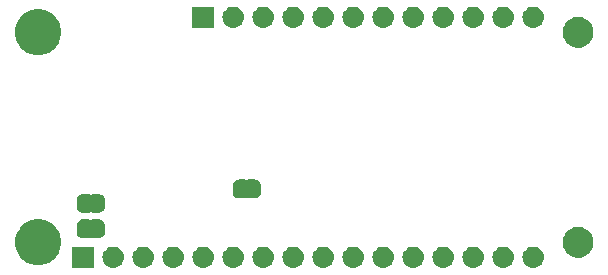
<source format=gbr>
G04 #@! TF.GenerationSoftware,KiCad,Pcbnew,(5.1.4)-1*
G04 #@! TF.CreationDate,2019-12-20T11:27:30-05:00*
G04 #@! TF.ProjectId,Feather-weather-station,46656174-6865-4722-9d77-656174686572,rev?*
G04 #@! TF.SameCoordinates,Original*
G04 #@! TF.FileFunction,Soldermask,Bot*
G04 #@! TF.FilePolarity,Negative*
%FSLAX46Y46*%
G04 Gerber Fmt 4.6, Leading zero omitted, Abs format (unit mm)*
G04 Created by KiCad (PCBNEW (5.1.4)-1) date 2019-12-20 11:27:30*
%MOMM*%
%LPD*%
G04 APERTURE LIST*
%ADD10C,0.100000*%
G04 APERTURE END LIST*
D10*
G36*
X140991543Y-71686019D02*
G01*
X141057727Y-71692537D01*
X141227566Y-71744057D01*
X141384091Y-71827722D01*
X141419829Y-71857052D01*
X141521286Y-71940314D01*
X141604548Y-72041771D01*
X141633878Y-72077509D01*
X141717543Y-72234034D01*
X141769063Y-72403873D01*
X141786459Y-72580500D01*
X141769063Y-72757127D01*
X141717543Y-72926966D01*
X141633878Y-73083491D01*
X141604548Y-73119229D01*
X141521286Y-73220686D01*
X141419829Y-73303948D01*
X141384091Y-73333278D01*
X141227566Y-73416943D01*
X141057727Y-73468463D01*
X140991542Y-73474982D01*
X140925360Y-73481500D01*
X140836840Y-73481500D01*
X140770658Y-73474982D01*
X140704473Y-73468463D01*
X140534634Y-73416943D01*
X140378109Y-73333278D01*
X140342371Y-73303948D01*
X140240914Y-73220686D01*
X140157652Y-73119229D01*
X140128322Y-73083491D01*
X140044657Y-72926966D01*
X139993137Y-72757127D01*
X139975741Y-72580500D01*
X139993137Y-72403873D01*
X140044657Y-72234034D01*
X140128322Y-72077509D01*
X140157652Y-72041771D01*
X140240914Y-71940314D01*
X140342371Y-71857052D01*
X140378109Y-71827722D01*
X140534634Y-71744057D01*
X140704473Y-71692537D01*
X140770657Y-71686019D01*
X140836840Y-71679500D01*
X140925360Y-71679500D01*
X140991543Y-71686019D01*
X140991543Y-71686019D01*
G37*
G36*
X143531543Y-71686019D02*
G01*
X143597727Y-71692537D01*
X143767566Y-71744057D01*
X143924091Y-71827722D01*
X143959829Y-71857052D01*
X144061286Y-71940314D01*
X144144548Y-72041771D01*
X144173878Y-72077509D01*
X144257543Y-72234034D01*
X144309063Y-72403873D01*
X144326459Y-72580500D01*
X144309063Y-72757127D01*
X144257543Y-72926966D01*
X144173878Y-73083491D01*
X144144548Y-73119229D01*
X144061286Y-73220686D01*
X143959829Y-73303948D01*
X143924091Y-73333278D01*
X143767566Y-73416943D01*
X143597727Y-73468463D01*
X143531542Y-73474982D01*
X143465360Y-73481500D01*
X143376840Y-73481500D01*
X143310658Y-73474982D01*
X143244473Y-73468463D01*
X143074634Y-73416943D01*
X142918109Y-73333278D01*
X142882371Y-73303948D01*
X142780914Y-73220686D01*
X142697652Y-73119229D01*
X142668322Y-73083491D01*
X142584657Y-72926966D01*
X142533137Y-72757127D01*
X142515741Y-72580500D01*
X142533137Y-72403873D01*
X142584657Y-72234034D01*
X142668322Y-72077509D01*
X142697652Y-72041771D01*
X142780914Y-71940314D01*
X142882371Y-71857052D01*
X142918109Y-71827722D01*
X143074634Y-71744057D01*
X143244473Y-71692537D01*
X143310657Y-71686019D01*
X143376840Y-71679500D01*
X143465360Y-71679500D01*
X143531543Y-71686019D01*
X143531543Y-71686019D01*
G37*
G36*
X138451543Y-71686019D02*
G01*
X138517727Y-71692537D01*
X138687566Y-71744057D01*
X138844091Y-71827722D01*
X138879829Y-71857052D01*
X138981286Y-71940314D01*
X139064548Y-72041771D01*
X139093878Y-72077509D01*
X139177543Y-72234034D01*
X139229063Y-72403873D01*
X139246459Y-72580500D01*
X139229063Y-72757127D01*
X139177543Y-72926966D01*
X139093878Y-73083491D01*
X139064548Y-73119229D01*
X138981286Y-73220686D01*
X138879829Y-73303948D01*
X138844091Y-73333278D01*
X138687566Y-73416943D01*
X138517727Y-73468463D01*
X138451542Y-73474982D01*
X138385360Y-73481500D01*
X138296840Y-73481500D01*
X138230658Y-73474982D01*
X138164473Y-73468463D01*
X137994634Y-73416943D01*
X137838109Y-73333278D01*
X137802371Y-73303948D01*
X137700914Y-73220686D01*
X137617652Y-73119229D01*
X137588322Y-73083491D01*
X137504657Y-72926966D01*
X137453137Y-72757127D01*
X137435741Y-72580500D01*
X137453137Y-72403873D01*
X137504657Y-72234034D01*
X137588322Y-72077509D01*
X137617652Y-72041771D01*
X137700914Y-71940314D01*
X137802371Y-71857052D01*
X137838109Y-71827722D01*
X137994634Y-71744057D01*
X138164473Y-71692537D01*
X138230657Y-71686019D01*
X138296840Y-71679500D01*
X138385360Y-71679500D01*
X138451543Y-71686019D01*
X138451543Y-71686019D01*
G37*
G36*
X135911543Y-71686019D02*
G01*
X135977727Y-71692537D01*
X136147566Y-71744057D01*
X136304091Y-71827722D01*
X136339829Y-71857052D01*
X136441286Y-71940314D01*
X136524548Y-72041771D01*
X136553878Y-72077509D01*
X136637543Y-72234034D01*
X136689063Y-72403873D01*
X136706459Y-72580500D01*
X136689063Y-72757127D01*
X136637543Y-72926966D01*
X136553878Y-73083491D01*
X136524548Y-73119229D01*
X136441286Y-73220686D01*
X136339829Y-73303948D01*
X136304091Y-73333278D01*
X136147566Y-73416943D01*
X135977727Y-73468463D01*
X135911542Y-73474982D01*
X135845360Y-73481500D01*
X135756840Y-73481500D01*
X135690658Y-73474982D01*
X135624473Y-73468463D01*
X135454634Y-73416943D01*
X135298109Y-73333278D01*
X135262371Y-73303948D01*
X135160914Y-73220686D01*
X135077652Y-73119229D01*
X135048322Y-73083491D01*
X134964657Y-72926966D01*
X134913137Y-72757127D01*
X134895741Y-72580500D01*
X134913137Y-72403873D01*
X134964657Y-72234034D01*
X135048322Y-72077509D01*
X135077652Y-72041771D01*
X135160914Y-71940314D01*
X135262371Y-71857052D01*
X135298109Y-71827722D01*
X135454634Y-71744057D01*
X135624473Y-71692537D01*
X135690657Y-71686019D01*
X135756840Y-71679500D01*
X135845360Y-71679500D01*
X135911543Y-71686019D01*
X135911543Y-71686019D01*
G37*
G36*
X133371543Y-71686019D02*
G01*
X133437727Y-71692537D01*
X133607566Y-71744057D01*
X133764091Y-71827722D01*
X133799829Y-71857052D01*
X133901286Y-71940314D01*
X133984548Y-72041771D01*
X134013878Y-72077509D01*
X134097543Y-72234034D01*
X134149063Y-72403873D01*
X134166459Y-72580500D01*
X134149063Y-72757127D01*
X134097543Y-72926966D01*
X134013878Y-73083491D01*
X133984548Y-73119229D01*
X133901286Y-73220686D01*
X133799829Y-73303948D01*
X133764091Y-73333278D01*
X133607566Y-73416943D01*
X133437727Y-73468463D01*
X133371542Y-73474982D01*
X133305360Y-73481500D01*
X133216840Y-73481500D01*
X133150658Y-73474982D01*
X133084473Y-73468463D01*
X132914634Y-73416943D01*
X132758109Y-73333278D01*
X132722371Y-73303948D01*
X132620914Y-73220686D01*
X132537652Y-73119229D01*
X132508322Y-73083491D01*
X132424657Y-72926966D01*
X132373137Y-72757127D01*
X132355741Y-72580500D01*
X132373137Y-72403873D01*
X132424657Y-72234034D01*
X132508322Y-72077509D01*
X132537652Y-72041771D01*
X132620914Y-71940314D01*
X132722371Y-71857052D01*
X132758109Y-71827722D01*
X132914634Y-71744057D01*
X133084473Y-71692537D01*
X133150657Y-71686019D01*
X133216840Y-71679500D01*
X133305360Y-71679500D01*
X133371543Y-71686019D01*
X133371543Y-71686019D01*
G37*
G36*
X130831543Y-71686019D02*
G01*
X130897727Y-71692537D01*
X131067566Y-71744057D01*
X131224091Y-71827722D01*
X131259829Y-71857052D01*
X131361286Y-71940314D01*
X131444548Y-72041771D01*
X131473878Y-72077509D01*
X131557543Y-72234034D01*
X131609063Y-72403873D01*
X131626459Y-72580500D01*
X131609063Y-72757127D01*
X131557543Y-72926966D01*
X131473878Y-73083491D01*
X131444548Y-73119229D01*
X131361286Y-73220686D01*
X131259829Y-73303948D01*
X131224091Y-73333278D01*
X131067566Y-73416943D01*
X130897727Y-73468463D01*
X130831542Y-73474982D01*
X130765360Y-73481500D01*
X130676840Y-73481500D01*
X130610658Y-73474982D01*
X130544473Y-73468463D01*
X130374634Y-73416943D01*
X130218109Y-73333278D01*
X130182371Y-73303948D01*
X130080914Y-73220686D01*
X129997652Y-73119229D01*
X129968322Y-73083491D01*
X129884657Y-72926966D01*
X129833137Y-72757127D01*
X129815741Y-72580500D01*
X129833137Y-72403873D01*
X129884657Y-72234034D01*
X129968322Y-72077509D01*
X129997652Y-72041771D01*
X130080914Y-71940314D01*
X130182371Y-71857052D01*
X130218109Y-71827722D01*
X130374634Y-71744057D01*
X130544473Y-71692537D01*
X130610657Y-71686019D01*
X130676840Y-71679500D01*
X130765360Y-71679500D01*
X130831543Y-71686019D01*
X130831543Y-71686019D01*
G37*
G36*
X128291543Y-71686019D02*
G01*
X128357727Y-71692537D01*
X128527566Y-71744057D01*
X128684091Y-71827722D01*
X128719829Y-71857052D01*
X128821286Y-71940314D01*
X128904548Y-72041771D01*
X128933878Y-72077509D01*
X129017543Y-72234034D01*
X129069063Y-72403873D01*
X129086459Y-72580500D01*
X129069063Y-72757127D01*
X129017543Y-72926966D01*
X128933878Y-73083491D01*
X128904548Y-73119229D01*
X128821286Y-73220686D01*
X128719829Y-73303948D01*
X128684091Y-73333278D01*
X128527566Y-73416943D01*
X128357727Y-73468463D01*
X128291542Y-73474982D01*
X128225360Y-73481500D01*
X128136840Y-73481500D01*
X128070658Y-73474982D01*
X128004473Y-73468463D01*
X127834634Y-73416943D01*
X127678109Y-73333278D01*
X127642371Y-73303948D01*
X127540914Y-73220686D01*
X127457652Y-73119229D01*
X127428322Y-73083491D01*
X127344657Y-72926966D01*
X127293137Y-72757127D01*
X127275741Y-72580500D01*
X127293137Y-72403873D01*
X127344657Y-72234034D01*
X127428322Y-72077509D01*
X127457652Y-72041771D01*
X127540914Y-71940314D01*
X127642371Y-71857052D01*
X127678109Y-71827722D01*
X127834634Y-71744057D01*
X128004473Y-71692537D01*
X128070657Y-71686019D01*
X128136840Y-71679500D01*
X128225360Y-71679500D01*
X128291543Y-71686019D01*
X128291543Y-71686019D01*
G37*
G36*
X126542100Y-73481500D02*
G01*
X124740100Y-73481500D01*
X124740100Y-71679500D01*
X126542100Y-71679500D01*
X126542100Y-73481500D01*
X126542100Y-73481500D01*
G37*
G36*
X146071543Y-71686019D02*
G01*
X146137727Y-71692537D01*
X146307566Y-71744057D01*
X146464091Y-71827722D01*
X146499829Y-71857052D01*
X146601286Y-71940314D01*
X146684548Y-72041771D01*
X146713878Y-72077509D01*
X146797543Y-72234034D01*
X146849063Y-72403873D01*
X146866459Y-72580500D01*
X146849063Y-72757127D01*
X146797543Y-72926966D01*
X146713878Y-73083491D01*
X146684548Y-73119229D01*
X146601286Y-73220686D01*
X146499829Y-73303948D01*
X146464091Y-73333278D01*
X146307566Y-73416943D01*
X146137727Y-73468463D01*
X146071542Y-73474982D01*
X146005360Y-73481500D01*
X145916840Y-73481500D01*
X145850658Y-73474982D01*
X145784473Y-73468463D01*
X145614634Y-73416943D01*
X145458109Y-73333278D01*
X145422371Y-73303948D01*
X145320914Y-73220686D01*
X145237652Y-73119229D01*
X145208322Y-73083491D01*
X145124657Y-72926966D01*
X145073137Y-72757127D01*
X145055741Y-72580500D01*
X145073137Y-72403873D01*
X145124657Y-72234034D01*
X145208322Y-72077509D01*
X145237652Y-72041771D01*
X145320914Y-71940314D01*
X145422371Y-71857052D01*
X145458109Y-71827722D01*
X145614634Y-71744057D01*
X145784473Y-71692537D01*
X145850657Y-71686019D01*
X145916840Y-71679500D01*
X146005360Y-71679500D01*
X146071543Y-71686019D01*
X146071543Y-71686019D01*
G37*
G36*
X163851543Y-71686019D02*
G01*
X163917727Y-71692537D01*
X164087566Y-71744057D01*
X164244091Y-71827722D01*
X164279829Y-71857052D01*
X164381286Y-71940314D01*
X164464548Y-72041771D01*
X164493878Y-72077509D01*
X164577543Y-72234034D01*
X164629063Y-72403873D01*
X164646459Y-72580500D01*
X164629063Y-72757127D01*
X164577543Y-72926966D01*
X164493878Y-73083491D01*
X164464548Y-73119229D01*
X164381286Y-73220686D01*
X164279829Y-73303948D01*
X164244091Y-73333278D01*
X164087566Y-73416943D01*
X163917727Y-73468463D01*
X163851542Y-73474982D01*
X163785360Y-73481500D01*
X163696840Y-73481500D01*
X163630658Y-73474982D01*
X163564473Y-73468463D01*
X163394634Y-73416943D01*
X163238109Y-73333278D01*
X163202371Y-73303948D01*
X163100914Y-73220686D01*
X163017652Y-73119229D01*
X162988322Y-73083491D01*
X162904657Y-72926966D01*
X162853137Y-72757127D01*
X162835741Y-72580500D01*
X162853137Y-72403873D01*
X162904657Y-72234034D01*
X162988322Y-72077509D01*
X163017652Y-72041771D01*
X163100914Y-71940314D01*
X163202371Y-71857052D01*
X163238109Y-71827722D01*
X163394634Y-71744057D01*
X163564473Y-71692537D01*
X163630657Y-71686019D01*
X163696840Y-71679500D01*
X163785360Y-71679500D01*
X163851543Y-71686019D01*
X163851543Y-71686019D01*
G37*
G36*
X148611543Y-71686019D02*
G01*
X148677727Y-71692537D01*
X148847566Y-71744057D01*
X149004091Y-71827722D01*
X149039829Y-71857052D01*
X149141286Y-71940314D01*
X149224548Y-72041771D01*
X149253878Y-72077509D01*
X149337543Y-72234034D01*
X149389063Y-72403873D01*
X149406459Y-72580500D01*
X149389063Y-72757127D01*
X149337543Y-72926966D01*
X149253878Y-73083491D01*
X149224548Y-73119229D01*
X149141286Y-73220686D01*
X149039829Y-73303948D01*
X149004091Y-73333278D01*
X148847566Y-73416943D01*
X148677727Y-73468463D01*
X148611542Y-73474982D01*
X148545360Y-73481500D01*
X148456840Y-73481500D01*
X148390658Y-73474982D01*
X148324473Y-73468463D01*
X148154634Y-73416943D01*
X147998109Y-73333278D01*
X147962371Y-73303948D01*
X147860914Y-73220686D01*
X147777652Y-73119229D01*
X147748322Y-73083491D01*
X147664657Y-72926966D01*
X147613137Y-72757127D01*
X147595741Y-72580500D01*
X147613137Y-72403873D01*
X147664657Y-72234034D01*
X147748322Y-72077509D01*
X147777652Y-72041771D01*
X147860914Y-71940314D01*
X147962371Y-71857052D01*
X147998109Y-71827722D01*
X148154634Y-71744057D01*
X148324473Y-71692537D01*
X148390657Y-71686019D01*
X148456840Y-71679500D01*
X148545360Y-71679500D01*
X148611543Y-71686019D01*
X148611543Y-71686019D01*
G37*
G36*
X151151543Y-71686019D02*
G01*
X151217727Y-71692537D01*
X151387566Y-71744057D01*
X151544091Y-71827722D01*
X151579829Y-71857052D01*
X151681286Y-71940314D01*
X151764548Y-72041771D01*
X151793878Y-72077509D01*
X151877543Y-72234034D01*
X151929063Y-72403873D01*
X151946459Y-72580500D01*
X151929063Y-72757127D01*
X151877543Y-72926966D01*
X151793878Y-73083491D01*
X151764548Y-73119229D01*
X151681286Y-73220686D01*
X151579829Y-73303948D01*
X151544091Y-73333278D01*
X151387566Y-73416943D01*
X151217727Y-73468463D01*
X151151542Y-73474982D01*
X151085360Y-73481500D01*
X150996840Y-73481500D01*
X150930658Y-73474982D01*
X150864473Y-73468463D01*
X150694634Y-73416943D01*
X150538109Y-73333278D01*
X150502371Y-73303948D01*
X150400914Y-73220686D01*
X150317652Y-73119229D01*
X150288322Y-73083491D01*
X150204657Y-72926966D01*
X150153137Y-72757127D01*
X150135741Y-72580500D01*
X150153137Y-72403873D01*
X150204657Y-72234034D01*
X150288322Y-72077509D01*
X150317652Y-72041771D01*
X150400914Y-71940314D01*
X150502371Y-71857052D01*
X150538109Y-71827722D01*
X150694634Y-71744057D01*
X150864473Y-71692537D01*
X150930657Y-71686019D01*
X150996840Y-71679500D01*
X151085360Y-71679500D01*
X151151543Y-71686019D01*
X151151543Y-71686019D01*
G37*
G36*
X153691543Y-71686019D02*
G01*
X153757727Y-71692537D01*
X153927566Y-71744057D01*
X154084091Y-71827722D01*
X154119829Y-71857052D01*
X154221286Y-71940314D01*
X154304548Y-72041771D01*
X154333878Y-72077509D01*
X154417543Y-72234034D01*
X154469063Y-72403873D01*
X154486459Y-72580500D01*
X154469063Y-72757127D01*
X154417543Y-72926966D01*
X154333878Y-73083491D01*
X154304548Y-73119229D01*
X154221286Y-73220686D01*
X154119829Y-73303948D01*
X154084091Y-73333278D01*
X153927566Y-73416943D01*
X153757727Y-73468463D01*
X153691542Y-73474982D01*
X153625360Y-73481500D01*
X153536840Y-73481500D01*
X153470658Y-73474982D01*
X153404473Y-73468463D01*
X153234634Y-73416943D01*
X153078109Y-73333278D01*
X153042371Y-73303948D01*
X152940914Y-73220686D01*
X152857652Y-73119229D01*
X152828322Y-73083491D01*
X152744657Y-72926966D01*
X152693137Y-72757127D01*
X152675741Y-72580500D01*
X152693137Y-72403873D01*
X152744657Y-72234034D01*
X152828322Y-72077509D01*
X152857652Y-72041771D01*
X152940914Y-71940314D01*
X153042371Y-71857052D01*
X153078109Y-71827722D01*
X153234634Y-71744057D01*
X153404473Y-71692537D01*
X153470657Y-71686019D01*
X153536840Y-71679500D01*
X153625360Y-71679500D01*
X153691543Y-71686019D01*
X153691543Y-71686019D01*
G37*
G36*
X156231543Y-71686019D02*
G01*
X156297727Y-71692537D01*
X156467566Y-71744057D01*
X156624091Y-71827722D01*
X156659829Y-71857052D01*
X156761286Y-71940314D01*
X156844548Y-72041771D01*
X156873878Y-72077509D01*
X156957543Y-72234034D01*
X157009063Y-72403873D01*
X157026459Y-72580500D01*
X157009063Y-72757127D01*
X156957543Y-72926966D01*
X156873878Y-73083491D01*
X156844548Y-73119229D01*
X156761286Y-73220686D01*
X156659829Y-73303948D01*
X156624091Y-73333278D01*
X156467566Y-73416943D01*
X156297727Y-73468463D01*
X156231542Y-73474982D01*
X156165360Y-73481500D01*
X156076840Y-73481500D01*
X156010658Y-73474982D01*
X155944473Y-73468463D01*
X155774634Y-73416943D01*
X155618109Y-73333278D01*
X155582371Y-73303948D01*
X155480914Y-73220686D01*
X155397652Y-73119229D01*
X155368322Y-73083491D01*
X155284657Y-72926966D01*
X155233137Y-72757127D01*
X155215741Y-72580500D01*
X155233137Y-72403873D01*
X155284657Y-72234034D01*
X155368322Y-72077509D01*
X155397652Y-72041771D01*
X155480914Y-71940314D01*
X155582371Y-71857052D01*
X155618109Y-71827722D01*
X155774634Y-71744057D01*
X155944473Y-71692537D01*
X156010657Y-71686019D01*
X156076840Y-71679500D01*
X156165360Y-71679500D01*
X156231543Y-71686019D01*
X156231543Y-71686019D01*
G37*
G36*
X158771543Y-71686019D02*
G01*
X158837727Y-71692537D01*
X159007566Y-71744057D01*
X159164091Y-71827722D01*
X159199829Y-71857052D01*
X159301286Y-71940314D01*
X159384548Y-72041771D01*
X159413878Y-72077509D01*
X159497543Y-72234034D01*
X159549063Y-72403873D01*
X159566459Y-72580500D01*
X159549063Y-72757127D01*
X159497543Y-72926966D01*
X159413878Y-73083491D01*
X159384548Y-73119229D01*
X159301286Y-73220686D01*
X159199829Y-73303948D01*
X159164091Y-73333278D01*
X159007566Y-73416943D01*
X158837727Y-73468463D01*
X158771542Y-73474982D01*
X158705360Y-73481500D01*
X158616840Y-73481500D01*
X158550658Y-73474982D01*
X158484473Y-73468463D01*
X158314634Y-73416943D01*
X158158109Y-73333278D01*
X158122371Y-73303948D01*
X158020914Y-73220686D01*
X157937652Y-73119229D01*
X157908322Y-73083491D01*
X157824657Y-72926966D01*
X157773137Y-72757127D01*
X157755741Y-72580500D01*
X157773137Y-72403873D01*
X157824657Y-72234034D01*
X157908322Y-72077509D01*
X157937652Y-72041771D01*
X158020914Y-71940314D01*
X158122371Y-71857052D01*
X158158109Y-71827722D01*
X158314634Y-71744057D01*
X158484473Y-71692537D01*
X158550657Y-71686019D01*
X158616840Y-71679500D01*
X158705360Y-71679500D01*
X158771543Y-71686019D01*
X158771543Y-71686019D01*
G37*
G36*
X161311543Y-71686019D02*
G01*
X161377727Y-71692537D01*
X161547566Y-71744057D01*
X161704091Y-71827722D01*
X161739829Y-71857052D01*
X161841286Y-71940314D01*
X161924548Y-72041771D01*
X161953878Y-72077509D01*
X162037543Y-72234034D01*
X162089063Y-72403873D01*
X162106459Y-72580500D01*
X162089063Y-72757127D01*
X162037543Y-72926966D01*
X161953878Y-73083491D01*
X161924548Y-73119229D01*
X161841286Y-73220686D01*
X161739829Y-73303948D01*
X161704091Y-73333278D01*
X161547566Y-73416943D01*
X161377727Y-73468463D01*
X161311542Y-73474982D01*
X161245360Y-73481500D01*
X161156840Y-73481500D01*
X161090658Y-73474982D01*
X161024473Y-73468463D01*
X160854634Y-73416943D01*
X160698109Y-73333278D01*
X160662371Y-73303948D01*
X160560914Y-73220686D01*
X160477652Y-73119229D01*
X160448322Y-73083491D01*
X160364657Y-72926966D01*
X160313137Y-72757127D01*
X160295741Y-72580500D01*
X160313137Y-72403873D01*
X160364657Y-72234034D01*
X160448322Y-72077509D01*
X160477652Y-72041771D01*
X160560914Y-71940314D01*
X160662371Y-71857052D01*
X160698109Y-71827722D01*
X160854634Y-71744057D01*
X161024473Y-71692537D01*
X161090657Y-71686019D01*
X161156840Y-71679500D01*
X161245360Y-71679500D01*
X161311543Y-71686019D01*
X161311543Y-71686019D01*
G37*
G36*
X122400185Y-69434475D02*
G01*
X122743307Y-69576601D01*
X122755245Y-69581546D01*
X123074790Y-69795059D01*
X123346541Y-70066810D01*
X123407184Y-70157569D01*
X123560055Y-70386357D01*
X123707125Y-70741415D01*
X123782100Y-71118342D01*
X123782100Y-71502658D01*
X123707125Y-71879585D01*
X123625142Y-72077509D01*
X123560054Y-72234645D01*
X123346541Y-72554190D01*
X123074790Y-72825941D01*
X122755245Y-73039454D01*
X122755244Y-73039455D01*
X122755243Y-73039455D01*
X122400185Y-73186525D01*
X122023258Y-73261500D01*
X121638942Y-73261500D01*
X121262015Y-73186525D01*
X120906957Y-73039455D01*
X120906956Y-73039455D01*
X120906955Y-73039454D01*
X120587410Y-72825941D01*
X120315659Y-72554190D01*
X120102146Y-72234645D01*
X120037058Y-72077509D01*
X119955075Y-71879585D01*
X119880100Y-71502658D01*
X119880100Y-71118342D01*
X119955075Y-70741415D01*
X120102145Y-70386357D01*
X120255016Y-70157569D01*
X120315659Y-70066810D01*
X120587410Y-69795059D01*
X120906955Y-69581546D01*
X120918893Y-69576601D01*
X121262015Y-69434475D01*
X121638942Y-69359500D01*
X122023258Y-69359500D01*
X122400185Y-69434475D01*
X122400185Y-69434475D01*
G37*
G36*
X167930587Y-70059496D02*
G01*
X168167353Y-70157568D01*
X168167355Y-70157569D01*
X168380439Y-70299947D01*
X168561653Y-70481161D01*
X168686066Y-70667358D01*
X168704032Y-70694247D01*
X168802104Y-70931013D01*
X168852100Y-71182361D01*
X168852100Y-71438639D01*
X168802104Y-71689987D01*
X168723569Y-71879586D01*
X168704031Y-71926755D01*
X168561653Y-72139839D01*
X168380439Y-72321053D01*
X168167355Y-72463431D01*
X168167354Y-72463432D01*
X168167353Y-72463432D01*
X167930587Y-72561504D01*
X167679239Y-72611500D01*
X167422961Y-72611500D01*
X167171613Y-72561504D01*
X166934847Y-72463432D01*
X166934846Y-72463432D01*
X166934845Y-72463431D01*
X166721761Y-72321053D01*
X166540547Y-72139839D01*
X166398169Y-71926755D01*
X166378631Y-71879586D01*
X166300096Y-71689987D01*
X166250100Y-71438639D01*
X166250100Y-71182361D01*
X166300096Y-70931013D01*
X166398168Y-70694247D01*
X166416135Y-70667358D01*
X166540547Y-70481161D01*
X166721761Y-70299947D01*
X166934845Y-70157569D01*
X166934847Y-70157568D01*
X167171613Y-70059496D01*
X167422961Y-70009500D01*
X167679239Y-70009500D01*
X167930587Y-70059496D01*
X167930587Y-70059496D01*
G37*
G36*
X126146499Y-69367237D02*
G01*
X126156108Y-69370152D01*
X126164972Y-69374890D01*
X126172737Y-69381263D01*
X126182948Y-69393706D01*
X126189878Y-69404075D01*
X126207205Y-69421402D01*
X126227580Y-69435015D01*
X126250220Y-69444391D01*
X126274253Y-69449171D01*
X126298757Y-69449170D01*
X126322790Y-69444388D01*
X126345429Y-69435010D01*
X126365802Y-69421395D01*
X126383129Y-69404068D01*
X126390058Y-69393698D01*
X126400263Y-69381263D01*
X126408028Y-69374890D01*
X126416892Y-69370152D01*
X126426501Y-69367237D01*
X126442640Y-69365648D01*
X126930361Y-69365648D01*
X126948699Y-69367454D01*
X126960950Y-69368056D01*
X126979369Y-69368056D01*
X127001649Y-69370250D01*
X127085733Y-69386976D01*
X127107160Y-69393476D01*
X127186358Y-69426280D01*
X127191803Y-69429191D01*
X127191809Y-69429193D01*
X127200669Y-69433929D01*
X127200673Y-69433932D01*
X127206114Y-69436840D01*
X127277399Y-69484471D01*
X127294704Y-69498672D01*
X127355328Y-69559296D01*
X127369529Y-69576601D01*
X127417160Y-69647886D01*
X127420068Y-69653327D01*
X127420071Y-69653331D01*
X127424807Y-69662191D01*
X127424809Y-69662197D01*
X127427720Y-69667642D01*
X127460524Y-69746840D01*
X127467024Y-69768267D01*
X127483750Y-69852351D01*
X127485944Y-69874631D01*
X127485944Y-69893050D01*
X127486546Y-69905301D01*
X127488352Y-69923639D01*
X127488352Y-70411362D01*
X127486546Y-70429699D01*
X127485944Y-70441950D01*
X127485944Y-70460369D01*
X127483750Y-70482649D01*
X127467024Y-70566733D01*
X127460524Y-70588160D01*
X127427720Y-70667358D01*
X127424809Y-70672803D01*
X127424807Y-70672809D01*
X127420071Y-70681669D01*
X127420068Y-70681673D01*
X127417160Y-70687114D01*
X127369529Y-70758399D01*
X127355328Y-70775704D01*
X127294704Y-70836328D01*
X127277399Y-70850529D01*
X127206114Y-70898160D01*
X127200673Y-70901068D01*
X127200669Y-70901071D01*
X127191809Y-70905807D01*
X127191803Y-70905809D01*
X127186358Y-70908720D01*
X127107160Y-70941524D01*
X127085733Y-70948024D01*
X127001649Y-70964750D01*
X126979369Y-70966944D01*
X126960950Y-70966944D01*
X126948699Y-70967546D01*
X126930362Y-70969352D01*
X126442640Y-70969352D01*
X126426501Y-70967763D01*
X126416892Y-70964848D01*
X126408028Y-70960110D01*
X126400263Y-70953737D01*
X126390052Y-70941294D01*
X126383122Y-70930925D01*
X126365795Y-70913598D01*
X126345420Y-70899985D01*
X126322780Y-70890609D01*
X126298747Y-70885829D01*
X126274243Y-70885830D01*
X126250210Y-70890612D01*
X126227571Y-70899990D01*
X126207198Y-70913605D01*
X126189871Y-70930932D01*
X126182942Y-70941302D01*
X126172737Y-70953737D01*
X126164972Y-70960110D01*
X126156108Y-70964848D01*
X126146499Y-70967763D01*
X126130360Y-70969352D01*
X125642638Y-70969352D01*
X125624301Y-70967546D01*
X125612050Y-70966944D01*
X125593631Y-70966944D01*
X125571351Y-70964750D01*
X125487267Y-70948024D01*
X125465840Y-70941524D01*
X125386642Y-70908720D01*
X125381197Y-70905809D01*
X125381191Y-70905807D01*
X125372331Y-70901071D01*
X125372327Y-70901068D01*
X125366886Y-70898160D01*
X125295601Y-70850529D01*
X125278296Y-70836328D01*
X125217672Y-70775704D01*
X125203471Y-70758399D01*
X125155840Y-70687114D01*
X125152932Y-70681673D01*
X125152929Y-70681669D01*
X125148193Y-70672809D01*
X125148191Y-70672803D01*
X125145280Y-70667358D01*
X125112476Y-70588160D01*
X125105976Y-70566733D01*
X125089250Y-70482649D01*
X125087056Y-70460369D01*
X125087056Y-70441950D01*
X125086454Y-70429699D01*
X125084648Y-70411362D01*
X125084648Y-69923639D01*
X125086454Y-69905301D01*
X125087056Y-69893050D01*
X125087056Y-69874631D01*
X125089250Y-69852351D01*
X125105976Y-69768267D01*
X125112476Y-69746840D01*
X125145280Y-69667642D01*
X125148191Y-69662197D01*
X125148193Y-69662191D01*
X125152929Y-69653331D01*
X125152932Y-69653327D01*
X125155840Y-69647886D01*
X125203471Y-69576601D01*
X125217672Y-69559296D01*
X125278296Y-69498672D01*
X125295601Y-69484471D01*
X125366886Y-69436840D01*
X125372327Y-69433932D01*
X125372331Y-69433929D01*
X125381191Y-69429193D01*
X125381197Y-69429191D01*
X125386642Y-69426280D01*
X125465840Y-69393476D01*
X125487267Y-69386976D01*
X125571351Y-69370250D01*
X125593631Y-69368056D01*
X125612050Y-69368056D01*
X125624301Y-69367454D01*
X125642639Y-69365648D01*
X126130360Y-69365648D01*
X126146499Y-69367237D01*
X126146499Y-69367237D01*
G37*
G36*
X126146499Y-67220937D02*
G01*
X126156108Y-67223852D01*
X126164972Y-67228590D01*
X126172737Y-67234963D01*
X126182948Y-67247406D01*
X126189878Y-67257775D01*
X126207205Y-67275102D01*
X126227580Y-67288715D01*
X126250220Y-67298091D01*
X126274253Y-67302871D01*
X126298757Y-67302870D01*
X126322790Y-67298088D01*
X126345429Y-67288710D01*
X126365802Y-67275095D01*
X126383129Y-67257768D01*
X126390058Y-67247398D01*
X126400263Y-67234963D01*
X126408028Y-67228590D01*
X126416892Y-67223852D01*
X126426501Y-67220937D01*
X126442640Y-67219348D01*
X126930361Y-67219348D01*
X126948699Y-67221154D01*
X126960950Y-67221756D01*
X126979369Y-67221756D01*
X127001649Y-67223950D01*
X127085733Y-67240676D01*
X127107160Y-67247176D01*
X127186358Y-67279980D01*
X127191803Y-67282891D01*
X127191809Y-67282893D01*
X127200669Y-67287629D01*
X127200673Y-67287632D01*
X127206114Y-67290540D01*
X127277399Y-67338171D01*
X127294704Y-67352372D01*
X127355328Y-67412996D01*
X127369529Y-67430301D01*
X127417160Y-67501586D01*
X127420068Y-67507027D01*
X127420071Y-67507031D01*
X127424807Y-67515891D01*
X127424809Y-67515897D01*
X127427720Y-67521342D01*
X127460524Y-67600540D01*
X127467024Y-67621967D01*
X127483750Y-67706051D01*
X127485944Y-67728331D01*
X127485944Y-67746750D01*
X127486546Y-67759001D01*
X127488352Y-67777339D01*
X127488352Y-68265062D01*
X127486546Y-68283399D01*
X127485944Y-68295650D01*
X127485944Y-68314069D01*
X127483750Y-68336349D01*
X127467024Y-68420433D01*
X127460524Y-68441860D01*
X127427720Y-68521058D01*
X127424809Y-68526503D01*
X127424807Y-68526509D01*
X127420071Y-68535369D01*
X127420068Y-68535373D01*
X127417160Y-68540814D01*
X127369529Y-68612099D01*
X127355328Y-68629404D01*
X127294704Y-68690028D01*
X127277399Y-68704229D01*
X127206114Y-68751860D01*
X127200673Y-68754768D01*
X127200669Y-68754771D01*
X127191809Y-68759507D01*
X127191803Y-68759509D01*
X127186358Y-68762420D01*
X127107160Y-68795224D01*
X127085733Y-68801724D01*
X127001649Y-68818450D01*
X126979369Y-68820644D01*
X126960950Y-68820644D01*
X126948699Y-68821246D01*
X126930362Y-68823052D01*
X126442640Y-68823052D01*
X126426501Y-68821463D01*
X126416892Y-68818548D01*
X126408028Y-68813810D01*
X126400263Y-68807437D01*
X126390052Y-68794994D01*
X126383122Y-68784625D01*
X126365795Y-68767298D01*
X126345420Y-68753685D01*
X126322780Y-68744309D01*
X126298747Y-68739529D01*
X126274243Y-68739530D01*
X126250210Y-68744312D01*
X126227571Y-68753690D01*
X126207198Y-68767305D01*
X126189871Y-68784632D01*
X126182942Y-68795002D01*
X126172737Y-68807437D01*
X126164972Y-68813810D01*
X126156108Y-68818548D01*
X126146499Y-68821463D01*
X126130360Y-68823052D01*
X125642638Y-68823052D01*
X125624301Y-68821246D01*
X125612050Y-68820644D01*
X125593631Y-68820644D01*
X125571351Y-68818450D01*
X125487267Y-68801724D01*
X125465840Y-68795224D01*
X125386642Y-68762420D01*
X125381197Y-68759509D01*
X125381191Y-68759507D01*
X125372331Y-68754771D01*
X125372327Y-68754768D01*
X125366886Y-68751860D01*
X125295601Y-68704229D01*
X125278296Y-68690028D01*
X125217672Y-68629404D01*
X125203471Y-68612099D01*
X125155840Y-68540814D01*
X125152932Y-68535373D01*
X125152929Y-68535369D01*
X125148193Y-68526509D01*
X125148191Y-68526503D01*
X125145280Y-68521058D01*
X125112476Y-68441860D01*
X125105976Y-68420433D01*
X125089250Y-68336349D01*
X125087056Y-68314069D01*
X125087056Y-68295650D01*
X125086454Y-68283399D01*
X125084648Y-68265062D01*
X125084648Y-67777339D01*
X125086454Y-67759001D01*
X125087056Y-67746750D01*
X125087056Y-67728331D01*
X125089250Y-67706051D01*
X125105976Y-67621967D01*
X125112476Y-67600540D01*
X125145280Y-67521342D01*
X125148191Y-67515897D01*
X125148193Y-67515891D01*
X125152929Y-67507031D01*
X125152932Y-67507027D01*
X125155840Y-67501586D01*
X125203471Y-67430301D01*
X125217672Y-67412996D01*
X125278296Y-67352372D01*
X125295601Y-67338171D01*
X125366886Y-67290540D01*
X125372327Y-67287632D01*
X125372331Y-67287629D01*
X125381191Y-67282893D01*
X125381197Y-67282891D01*
X125386642Y-67279980D01*
X125465840Y-67247176D01*
X125487267Y-67240676D01*
X125571351Y-67223950D01*
X125593631Y-67221756D01*
X125612050Y-67221756D01*
X125624301Y-67221154D01*
X125642639Y-67219348D01*
X126130360Y-67219348D01*
X126146499Y-67220937D01*
X126146499Y-67220937D01*
G37*
G36*
X139356799Y-66001737D02*
G01*
X139366408Y-66004652D01*
X139375272Y-66009390D01*
X139383037Y-66015763D01*
X139393248Y-66028206D01*
X139400178Y-66038575D01*
X139417505Y-66055902D01*
X139437880Y-66069515D01*
X139460520Y-66078891D01*
X139484553Y-66083671D01*
X139509057Y-66083670D01*
X139533090Y-66078888D01*
X139555729Y-66069510D01*
X139576102Y-66055895D01*
X139593429Y-66038568D01*
X139600358Y-66028198D01*
X139610563Y-66015763D01*
X139618328Y-66009390D01*
X139627192Y-66004652D01*
X139636801Y-66001737D01*
X139652940Y-66000148D01*
X140140661Y-66000148D01*
X140158999Y-66001954D01*
X140171250Y-66002556D01*
X140189669Y-66002556D01*
X140211949Y-66004750D01*
X140296033Y-66021476D01*
X140317460Y-66027976D01*
X140396658Y-66060780D01*
X140402103Y-66063691D01*
X140402109Y-66063693D01*
X140410969Y-66068429D01*
X140410973Y-66068432D01*
X140416414Y-66071340D01*
X140487699Y-66118971D01*
X140505004Y-66133172D01*
X140565628Y-66193796D01*
X140579829Y-66211101D01*
X140627460Y-66282386D01*
X140630368Y-66287827D01*
X140630371Y-66287831D01*
X140635107Y-66296691D01*
X140635109Y-66296697D01*
X140638020Y-66302142D01*
X140670824Y-66381340D01*
X140677324Y-66402767D01*
X140694050Y-66486851D01*
X140696244Y-66509131D01*
X140696244Y-66527550D01*
X140696846Y-66539801D01*
X140698652Y-66558139D01*
X140698652Y-67045862D01*
X140696846Y-67064199D01*
X140696244Y-67076450D01*
X140696244Y-67094869D01*
X140694050Y-67117149D01*
X140677324Y-67201233D01*
X140670824Y-67222660D01*
X140638020Y-67301858D01*
X140635109Y-67307303D01*
X140635107Y-67307309D01*
X140630371Y-67316169D01*
X140630368Y-67316173D01*
X140627460Y-67321614D01*
X140579829Y-67392899D01*
X140565628Y-67410204D01*
X140505004Y-67470828D01*
X140487699Y-67485029D01*
X140416414Y-67532660D01*
X140410973Y-67535568D01*
X140410969Y-67535571D01*
X140402109Y-67540307D01*
X140402103Y-67540309D01*
X140396658Y-67543220D01*
X140317460Y-67576024D01*
X140296033Y-67582524D01*
X140211949Y-67599250D01*
X140189669Y-67601444D01*
X140171250Y-67601444D01*
X140158999Y-67602046D01*
X140140662Y-67603852D01*
X139652940Y-67603852D01*
X139636801Y-67602263D01*
X139627192Y-67599348D01*
X139618328Y-67594610D01*
X139610563Y-67588237D01*
X139600352Y-67575794D01*
X139593422Y-67565425D01*
X139576095Y-67548098D01*
X139555720Y-67534485D01*
X139533080Y-67525109D01*
X139509047Y-67520329D01*
X139484543Y-67520330D01*
X139460510Y-67525112D01*
X139437871Y-67534490D01*
X139417498Y-67548105D01*
X139400171Y-67565432D01*
X139393242Y-67575802D01*
X139383037Y-67588237D01*
X139375272Y-67594610D01*
X139366408Y-67599348D01*
X139356799Y-67602263D01*
X139340660Y-67603852D01*
X138852938Y-67603852D01*
X138834601Y-67602046D01*
X138822350Y-67601444D01*
X138803931Y-67601444D01*
X138781651Y-67599250D01*
X138697567Y-67582524D01*
X138676140Y-67576024D01*
X138596942Y-67543220D01*
X138591497Y-67540309D01*
X138591491Y-67540307D01*
X138582631Y-67535571D01*
X138582627Y-67535568D01*
X138577186Y-67532660D01*
X138505901Y-67485029D01*
X138488596Y-67470828D01*
X138427972Y-67410204D01*
X138413771Y-67392899D01*
X138366140Y-67321614D01*
X138363232Y-67316173D01*
X138363229Y-67316169D01*
X138358493Y-67307309D01*
X138358491Y-67307303D01*
X138355580Y-67301858D01*
X138322776Y-67222660D01*
X138316276Y-67201233D01*
X138299550Y-67117149D01*
X138297356Y-67094869D01*
X138297356Y-67076450D01*
X138296754Y-67064199D01*
X138294948Y-67045862D01*
X138294948Y-66558139D01*
X138296754Y-66539801D01*
X138297356Y-66527550D01*
X138297356Y-66509131D01*
X138299550Y-66486851D01*
X138316276Y-66402767D01*
X138322776Y-66381340D01*
X138355580Y-66302142D01*
X138358491Y-66296697D01*
X138358493Y-66296691D01*
X138363229Y-66287831D01*
X138363232Y-66287827D01*
X138366140Y-66282386D01*
X138413771Y-66211101D01*
X138427972Y-66193796D01*
X138488596Y-66133172D01*
X138505901Y-66118971D01*
X138577186Y-66071340D01*
X138582627Y-66068432D01*
X138582631Y-66068429D01*
X138591491Y-66063693D01*
X138591497Y-66063691D01*
X138596942Y-66060780D01*
X138676140Y-66027976D01*
X138697567Y-66021476D01*
X138781651Y-66004750D01*
X138803931Y-66002556D01*
X138822350Y-66002556D01*
X138834601Y-66001954D01*
X138852939Y-66000148D01*
X139340660Y-66000148D01*
X139356799Y-66001737D01*
X139356799Y-66001737D01*
G37*
G36*
X122400185Y-51654475D02*
G01*
X122755243Y-51801545D01*
X122755245Y-51801546D01*
X123074790Y-52015059D01*
X123346541Y-52286810D01*
X123502318Y-52519947D01*
X123560055Y-52606357D01*
X123707125Y-52961415D01*
X123782100Y-53338342D01*
X123782100Y-53722658D01*
X123707125Y-54099585D01*
X123599324Y-54359839D01*
X123560054Y-54454645D01*
X123346541Y-54774190D01*
X123074790Y-55045941D01*
X122755245Y-55259454D01*
X122755244Y-55259455D01*
X122755243Y-55259455D01*
X122400185Y-55406525D01*
X122023258Y-55481500D01*
X121638942Y-55481500D01*
X121262015Y-55406525D01*
X120906957Y-55259455D01*
X120906956Y-55259455D01*
X120906955Y-55259454D01*
X120587410Y-55045941D01*
X120315659Y-54774190D01*
X120102146Y-54454645D01*
X120062876Y-54359839D01*
X119955075Y-54099585D01*
X119880100Y-53722658D01*
X119880100Y-53338342D01*
X119955075Y-52961415D01*
X120102145Y-52606357D01*
X120159882Y-52519947D01*
X120315659Y-52286810D01*
X120587410Y-52015059D01*
X120906955Y-51801546D01*
X120906957Y-51801545D01*
X121262015Y-51654475D01*
X121638942Y-51579500D01*
X122023258Y-51579500D01*
X122400185Y-51654475D01*
X122400185Y-51654475D01*
G37*
G36*
X167930587Y-52279496D02*
G01*
X168167353Y-52377568D01*
X168167355Y-52377569D01*
X168380439Y-52519947D01*
X168561653Y-52701161D01*
X168694971Y-52900685D01*
X168704032Y-52914247D01*
X168802104Y-53151013D01*
X168852100Y-53402361D01*
X168852100Y-53658639D01*
X168802104Y-53909987D01*
X168723569Y-54099586D01*
X168704031Y-54146755D01*
X168561653Y-54359839D01*
X168380439Y-54541053D01*
X168167355Y-54683431D01*
X168167354Y-54683432D01*
X168167353Y-54683432D01*
X167930587Y-54781504D01*
X167679239Y-54831500D01*
X167422961Y-54831500D01*
X167171613Y-54781504D01*
X166934847Y-54683432D01*
X166934846Y-54683432D01*
X166934845Y-54683431D01*
X166721761Y-54541053D01*
X166540547Y-54359839D01*
X166398169Y-54146755D01*
X166378631Y-54099586D01*
X166300096Y-53909987D01*
X166250100Y-53658639D01*
X166250100Y-53402361D01*
X166300096Y-53151013D01*
X166398168Y-52914247D01*
X166407230Y-52900685D01*
X166540547Y-52701161D01*
X166721761Y-52519947D01*
X166934845Y-52377569D01*
X166934847Y-52377568D01*
X167171613Y-52279496D01*
X167422961Y-52229500D01*
X167679239Y-52229500D01*
X167930587Y-52279496D01*
X167930587Y-52279496D01*
G37*
G36*
X136702100Y-53161500D02*
G01*
X134900100Y-53161500D01*
X134900100Y-51359500D01*
X136702100Y-51359500D01*
X136702100Y-53161500D01*
X136702100Y-53161500D01*
G37*
G36*
X140991543Y-51366019D02*
G01*
X141057727Y-51372537D01*
X141227566Y-51424057D01*
X141384091Y-51507722D01*
X141419829Y-51537052D01*
X141521286Y-51620314D01*
X141604548Y-51721771D01*
X141633878Y-51757509D01*
X141717543Y-51914034D01*
X141769063Y-52083873D01*
X141786459Y-52260500D01*
X141769063Y-52437127D01*
X141717543Y-52606966D01*
X141633878Y-52763491D01*
X141604548Y-52799229D01*
X141521286Y-52900686D01*
X141447286Y-52961415D01*
X141384091Y-53013278D01*
X141227566Y-53096943D01*
X141057727Y-53148463D01*
X140991543Y-53154981D01*
X140925360Y-53161500D01*
X140836840Y-53161500D01*
X140770657Y-53154981D01*
X140704473Y-53148463D01*
X140534634Y-53096943D01*
X140378109Y-53013278D01*
X140314914Y-52961415D01*
X140240914Y-52900686D01*
X140157652Y-52799229D01*
X140128322Y-52763491D01*
X140044657Y-52606966D01*
X139993137Y-52437127D01*
X139975741Y-52260500D01*
X139993137Y-52083873D01*
X140044657Y-51914034D01*
X140128322Y-51757509D01*
X140157652Y-51721771D01*
X140240914Y-51620314D01*
X140342371Y-51537052D01*
X140378109Y-51507722D01*
X140534634Y-51424057D01*
X140704473Y-51372537D01*
X140770657Y-51366019D01*
X140836840Y-51359500D01*
X140925360Y-51359500D01*
X140991543Y-51366019D01*
X140991543Y-51366019D01*
G37*
G36*
X143531543Y-51366019D02*
G01*
X143597727Y-51372537D01*
X143767566Y-51424057D01*
X143924091Y-51507722D01*
X143959829Y-51537052D01*
X144061286Y-51620314D01*
X144144548Y-51721771D01*
X144173878Y-51757509D01*
X144257543Y-51914034D01*
X144309063Y-52083873D01*
X144326459Y-52260500D01*
X144309063Y-52437127D01*
X144257543Y-52606966D01*
X144173878Y-52763491D01*
X144144548Y-52799229D01*
X144061286Y-52900686D01*
X143987286Y-52961415D01*
X143924091Y-53013278D01*
X143767566Y-53096943D01*
X143597727Y-53148463D01*
X143531543Y-53154981D01*
X143465360Y-53161500D01*
X143376840Y-53161500D01*
X143310657Y-53154981D01*
X143244473Y-53148463D01*
X143074634Y-53096943D01*
X142918109Y-53013278D01*
X142854914Y-52961415D01*
X142780914Y-52900686D01*
X142697652Y-52799229D01*
X142668322Y-52763491D01*
X142584657Y-52606966D01*
X142533137Y-52437127D01*
X142515741Y-52260500D01*
X142533137Y-52083873D01*
X142584657Y-51914034D01*
X142668322Y-51757509D01*
X142697652Y-51721771D01*
X142780914Y-51620314D01*
X142882371Y-51537052D01*
X142918109Y-51507722D01*
X143074634Y-51424057D01*
X143244473Y-51372537D01*
X143310657Y-51366019D01*
X143376840Y-51359500D01*
X143465360Y-51359500D01*
X143531543Y-51366019D01*
X143531543Y-51366019D01*
G37*
G36*
X146071543Y-51366019D02*
G01*
X146137727Y-51372537D01*
X146307566Y-51424057D01*
X146464091Y-51507722D01*
X146499829Y-51537052D01*
X146601286Y-51620314D01*
X146684548Y-51721771D01*
X146713878Y-51757509D01*
X146797543Y-51914034D01*
X146849063Y-52083873D01*
X146866459Y-52260500D01*
X146849063Y-52437127D01*
X146797543Y-52606966D01*
X146713878Y-52763491D01*
X146684548Y-52799229D01*
X146601286Y-52900686D01*
X146527286Y-52961415D01*
X146464091Y-53013278D01*
X146307566Y-53096943D01*
X146137727Y-53148463D01*
X146071543Y-53154981D01*
X146005360Y-53161500D01*
X145916840Y-53161500D01*
X145850657Y-53154981D01*
X145784473Y-53148463D01*
X145614634Y-53096943D01*
X145458109Y-53013278D01*
X145394914Y-52961415D01*
X145320914Y-52900686D01*
X145237652Y-52799229D01*
X145208322Y-52763491D01*
X145124657Y-52606966D01*
X145073137Y-52437127D01*
X145055741Y-52260500D01*
X145073137Y-52083873D01*
X145124657Y-51914034D01*
X145208322Y-51757509D01*
X145237652Y-51721771D01*
X145320914Y-51620314D01*
X145422371Y-51537052D01*
X145458109Y-51507722D01*
X145614634Y-51424057D01*
X145784473Y-51372537D01*
X145850657Y-51366019D01*
X145916840Y-51359500D01*
X146005360Y-51359500D01*
X146071543Y-51366019D01*
X146071543Y-51366019D01*
G37*
G36*
X148611543Y-51366019D02*
G01*
X148677727Y-51372537D01*
X148847566Y-51424057D01*
X149004091Y-51507722D01*
X149039829Y-51537052D01*
X149141286Y-51620314D01*
X149224548Y-51721771D01*
X149253878Y-51757509D01*
X149337543Y-51914034D01*
X149389063Y-52083873D01*
X149406459Y-52260500D01*
X149389063Y-52437127D01*
X149337543Y-52606966D01*
X149253878Y-52763491D01*
X149224548Y-52799229D01*
X149141286Y-52900686D01*
X149067286Y-52961415D01*
X149004091Y-53013278D01*
X148847566Y-53096943D01*
X148677727Y-53148463D01*
X148611543Y-53154981D01*
X148545360Y-53161500D01*
X148456840Y-53161500D01*
X148390657Y-53154981D01*
X148324473Y-53148463D01*
X148154634Y-53096943D01*
X147998109Y-53013278D01*
X147934914Y-52961415D01*
X147860914Y-52900686D01*
X147777652Y-52799229D01*
X147748322Y-52763491D01*
X147664657Y-52606966D01*
X147613137Y-52437127D01*
X147595741Y-52260500D01*
X147613137Y-52083873D01*
X147664657Y-51914034D01*
X147748322Y-51757509D01*
X147777652Y-51721771D01*
X147860914Y-51620314D01*
X147962371Y-51537052D01*
X147998109Y-51507722D01*
X148154634Y-51424057D01*
X148324473Y-51372537D01*
X148390657Y-51366019D01*
X148456840Y-51359500D01*
X148545360Y-51359500D01*
X148611543Y-51366019D01*
X148611543Y-51366019D01*
G37*
G36*
X151151543Y-51366019D02*
G01*
X151217727Y-51372537D01*
X151387566Y-51424057D01*
X151544091Y-51507722D01*
X151579829Y-51537052D01*
X151681286Y-51620314D01*
X151764548Y-51721771D01*
X151793878Y-51757509D01*
X151877543Y-51914034D01*
X151929063Y-52083873D01*
X151946459Y-52260500D01*
X151929063Y-52437127D01*
X151877543Y-52606966D01*
X151793878Y-52763491D01*
X151764548Y-52799229D01*
X151681286Y-52900686D01*
X151607286Y-52961415D01*
X151544091Y-53013278D01*
X151387566Y-53096943D01*
X151217727Y-53148463D01*
X151151543Y-53154981D01*
X151085360Y-53161500D01*
X150996840Y-53161500D01*
X150930657Y-53154981D01*
X150864473Y-53148463D01*
X150694634Y-53096943D01*
X150538109Y-53013278D01*
X150474914Y-52961415D01*
X150400914Y-52900686D01*
X150317652Y-52799229D01*
X150288322Y-52763491D01*
X150204657Y-52606966D01*
X150153137Y-52437127D01*
X150135741Y-52260500D01*
X150153137Y-52083873D01*
X150204657Y-51914034D01*
X150288322Y-51757509D01*
X150317652Y-51721771D01*
X150400914Y-51620314D01*
X150502371Y-51537052D01*
X150538109Y-51507722D01*
X150694634Y-51424057D01*
X150864473Y-51372537D01*
X150930657Y-51366019D01*
X150996840Y-51359500D01*
X151085360Y-51359500D01*
X151151543Y-51366019D01*
X151151543Y-51366019D01*
G37*
G36*
X153691543Y-51366019D02*
G01*
X153757727Y-51372537D01*
X153927566Y-51424057D01*
X154084091Y-51507722D01*
X154119829Y-51537052D01*
X154221286Y-51620314D01*
X154304548Y-51721771D01*
X154333878Y-51757509D01*
X154417543Y-51914034D01*
X154469063Y-52083873D01*
X154486459Y-52260500D01*
X154469063Y-52437127D01*
X154417543Y-52606966D01*
X154333878Y-52763491D01*
X154304548Y-52799229D01*
X154221286Y-52900686D01*
X154147286Y-52961415D01*
X154084091Y-53013278D01*
X153927566Y-53096943D01*
X153757727Y-53148463D01*
X153691543Y-53154981D01*
X153625360Y-53161500D01*
X153536840Y-53161500D01*
X153470657Y-53154981D01*
X153404473Y-53148463D01*
X153234634Y-53096943D01*
X153078109Y-53013278D01*
X153014914Y-52961415D01*
X152940914Y-52900686D01*
X152857652Y-52799229D01*
X152828322Y-52763491D01*
X152744657Y-52606966D01*
X152693137Y-52437127D01*
X152675741Y-52260500D01*
X152693137Y-52083873D01*
X152744657Y-51914034D01*
X152828322Y-51757509D01*
X152857652Y-51721771D01*
X152940914Y-51620314D01*
X153042371Y-51537052D01*
X153078109Y-51507722D01*
X153234634Y-51424057D01*
X153404473Y-51372537D01*
X153470657Y-51366019D01*
X153536840Y-51359500D01*
X153625360Y-51359500D01*
X153691543Y-51366019D01*
X153691543Y-51366019D01*
G37*
G36*
X156231543Y-51366019D02*
G01*
X156297727Y-51372537D01*
X156467566Y-51424057D01*
X156624091Y-51507722D01*
X156659829Y-51537052D01*
X156761286Y-51620314D01*
X156844548Y-51721771D01*
X156873878Y-51757509D01*
X156957543Y-51914034D01*
X157009063Y-52083873D01*
X157026459Y-52260500D01*
X157009063Y-52437127D01*
X156957543Y-52606966D01*
X156873878Y-52763491D01*
X156844548Y-52799229D01*
X156761286Y-52900686D01*
X156687286Y-52961415D01*
X156624091Y-53013278D01*
X156467566Y-53096943D01*
X156297727Y-53148463D01*
X156231543Y-53154981D01*
X156165360Y-53161500D01*
X156076840Y-53161500D01*
X156010657Y-53154981D01*
X155944473Y-53148463D01*
X155774634Y-53096943D01*
X155618109Y-53013278D01*
X155554914Y-52961415D01*
X155480914Y-52900686D01*
X155397652Y-52799229D01*
X155368322Y-52763491D01*
X155284657Y-52606966D01*
X155233137Y-52437127D01*
X155215741Y-52260500D01*
X155233137Y-52083873D01*
X155284657Y-51914034D01*
X155368322Y-51757509D01*
X155397652Y-51721771D01*
X155480914Y-51620314D01*
X155582371Y-51537052D01*
X155618109Y-51507722D01*
X155774634Y-51424057D01*
X155944473Y-51372537D01*
X156010657Y-51366019D01*
X156076840Y-51359500D01*
X156165360Y-51359500D01*
X156231543Y-51366019D01*
X156231543Y-51366019D01*
G37*
G36*
X158771543Y-51366019D02*
G01*
X158837727Y-51372537D01*
X159007566Y-51424057D01*
X159164091Y-51507722D01*
X159199829Y-51537052D01*
X159301286Y-51620314D01*
X159384548Y-51721771D01*
X159413878Y-51757509D01*
X159497543Y-51914034D01*
X159549063Y-52083873D01*
X159566459Y-52260500D01*
X159549063Y-52437127D01*
X159497543Y-52606966D01*
X159413878Y-52763491D01*
X159384548Y-52799229D01*
X159301286Y-52900686D01*
X159227286Y-52961415D01*
X159164091Y-53013278D01*
X159007566Y-53096943D01*
X158837727Y-53148463D01*
X158771543Y-53154981D01*
X158705360Y-53161500D01*
X158616840Y-53161500D01*
X158550657Y-53154981D01*
X158484473Y-53148463D01*
X158314634Y-53096943D01*
X158158109Y-53013278D01*
X158094914Y-52961415D01*
X158020914Y-52900686D01*
X157937652Y-52799229D01*
X157908322Y-52763491D01*
X157824657Y-52606966D01*
X157773137Y-52437127D01*
X157755741Y-52260500D01*
X157773137Y-52083873D01*
X157824657Y-51914034D01*
X157908322Y-51757509D01*
X157937652Y-51721771D01*
X158020914Y-51620314D01*
X158122371Y-51537052D01*
X158158109Y-51507722D01*
X158314634Y-51424057D01*
X158484473Y-51372537D01*
X158550657Y-51366019D01*
X158616840Y-51359500D01*
X158705360Y-51359500D01*
X158771543Y-51366019D01*
X158771543Y-51366019D01*
G37*
G36*
X161311543Y-51366019D02*
G01*
X161377727Y-51372537D01*
X161547566Y-51424057D01*
X161704091Y-51507722D01*
X161739829Y-51537052D01*
X161841286Y-51620314D01*
X161924548Y-51721771D01*
X161953878Y-51757509D01*
X162037543Y-51914034D01*
X162089063Y-52083873D01*
X162106459Y-52260500D01*
X162089063Y-52437127D01*
X162037543Y-52606966D01*
X161953878Y-52763491D01*
X161924548Y-52799229D01*
X161841286Y-52900686D01*
X161767286Y-52961415D01*
X161704091Y-53013278D01*
X161547566Y-53096943D01*
X161377727Y-53148463D01*
X161311543Y-53154981D01*
X161245360Y-53161500D01*
X161156840Y-53161500D01*
X161090657Y-53154981D01*
X161024473Y-53148463D01*
X160854634Y-53096943D01*
X160698109Y-53013278D01*
X160634914Y-52961415D01*
X160560914Y-52900686D01*
X160477652Y-52799229D01*
X160448322Y-52763491D01*
X160364657Y-52606966D01*
X160313137Y-52437127D01*
X160295741Y-52260500D01*
X160313137Y-52083873D01*
X160364657Y-51914034D01*
X160448322Y-51757509D01*
X160477652Y-51721771D01*
X160560914Y-51620314D01*
X160662371Y-51537052D01*
X160698109Y-51507722D01*
X160854634Y-51424057D01*
X161024473Y-51372537D01*
X161090657Y-51366019D01*
X161156840Y-51359500D01*
X161245360Y-51359500D01*
X161311543Y-51366019D01*
X161311543Y-51366019D01*
G37*
G36*
X138451543Y-51366019D02*
G01*
X138517727Y-51372537D01*
X138687566Y-51424057D01*
X138844091Y-51507722D01*
X138879829Y-51537052D01*
X138981286Y-51620314D01*
X139064548Y-51721771D01*
X139093878Y-51757509D01*
X139177543Y-51914034D01*
X139229063Y-52083873D01*
X139246459Y-52260500D01*
X139229063Y-52437127D01*
X139177543Y-52606966D01*
X139093878Y-52763491D01*
X139064548Y-52799229D01*
X138981286Y-52900686D01*
X138907286Y-52961415D01*
X138844091Y-53013278D01*
X138687566Y-53096943D01*
X138517727Y-53148463D01*
X138451543Y-53154981D01*
X138385360Y-53161500D01*
X138296840Y-53161500D01*
X138230657Y-53154981D01*
X138164473Y-53148463D01*
X137994634Y-53096943D01*
X137838109Y-53013278D01*
X137774914Y-52961415D01*
X137700914Y-52900686D01*
X137617652Y-52799229D01*
X137588322Y-52763491D01*
X137504657Y-52606966D01*
X137453137Y-52437127D01*
X137435741Y-52260500D01*
X137453137Y-52083873D01*
X137504657Y-51914034D01*
X137588322Y-51757509D01*
X137617652Y-51721771D01*
X137700914Y-51620314D01*
X137802371Y-51537052D01*
X137838109Y-51507722D01*
X137994634Y-51424057D01*
X138164473Y-51372537D01*
X138230657Y-51366019D01*
X138296840Y-51359500D01*
X138385360Y-51359500D01*
X138451543Y-51366019D01*
X138451543Y-51366019D01*
G37*
G36*
X163851543Y-51366019D02*
G01*
X163917727Y-51372537D01*
X164087566Y-51424057D01*
X164244091Y-51507722D01*
X164279829Y-51537052D01*
X164381286Y-51620314D01*
X164464548Y-51721771D01*
X164493878Y-51757509D01*
X164577543Y-51914034D01*
X164629063Y-52083873D01*
X164646459Y-52260500D01*
X164629063Y-52437127D01*
X164577543Y-52606966D01*
X164493878Y-52763491D01*
X164464548Y-52799229D01*
X164381286Y-52900686D01*
X164307286Y-52961415D01*
X164244091Y-53013278D01*
X164087566Y-53096943D01*
X163917727Y-53148463D01*
X163851543Y-53154981D01*
X163785360Y-53161500D01*
X163696840Y-53161500D01*
X163630657Y-53154981D01*
X163564473Y-53148463D01*
X163394634Y-53096943D01*
X163238109Y-53013278D01*
X163174914Y-52961415D01*
X163100914Y-52900686D01*
X163017652Y-52799229D01*
X162988322Y-52763491D01*
X162904657Y-52606966D01*
X162853137Y-52437127D01*
X162835741Y-52260500D01*
X162853137Y-52083873D01*
X162904657Y-51914034D01*
X162988322Y-51757509D01*
X163017652Y-51721771D01*
X163100914Y-51620314D01*
X163202371Y-51537052D01*
X163238109Y-51507722D01*
X163394634Y-51424057D01*
X163564473Y-51372537D01*
X163630657Y-51366019D01*
X163696840Y-51359500D01*
X163785360Y-51359500D01*
X163851543Y-51366019D01*
X163851543Y-51366019D01*
G37*
M02*

</source>
